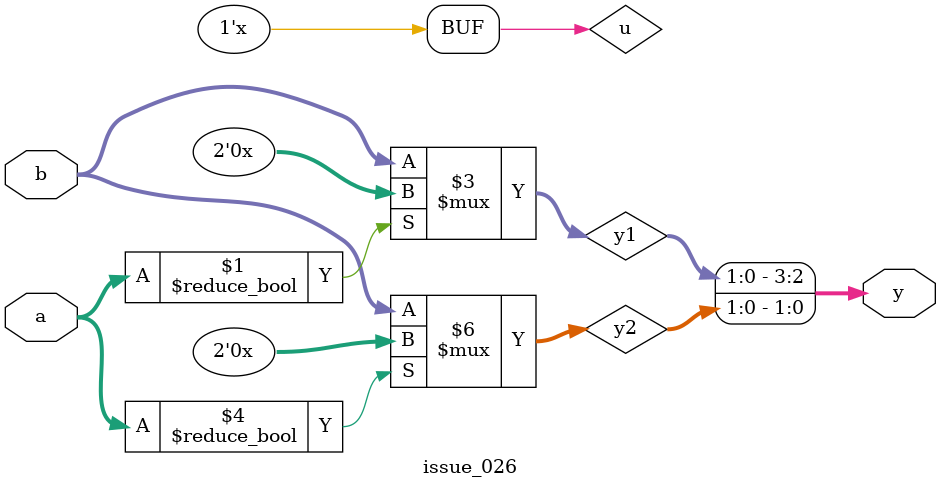
<source format=v>
module issue_026(a, b, y);
  input [1:0] a;
  input [1:0] b;
  output [3:0] y;
  wire [1:0] y1;
  wire [1:0] y2;
  wire u = 1'bx;

  // Yosys prior to git commit ae5032a used to output 2'bxx instead of 2'b0x when a is active.
  assign y1 = a ? 1'bx : b;
  assign y2 = a ? u : b;
  assign y = { y1, y2 };
endmodule

</source>
